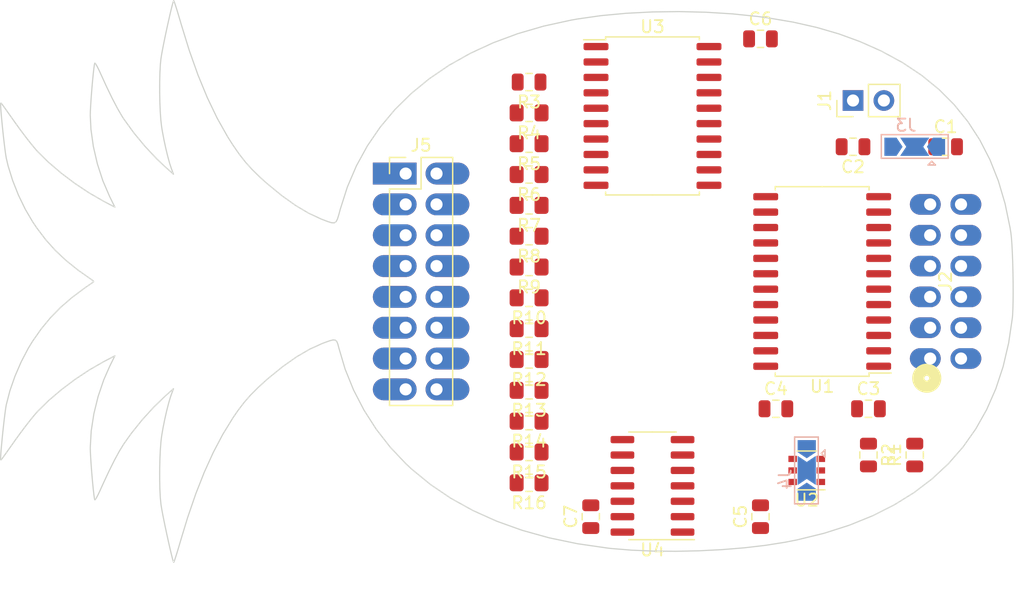
<source format=kicad_pcb>
(kicad_pcb (version 20211014) (generator pcbnew)
  (layers (0 "F.Cu" signal) (31 "B.Cu" signal) (34 "B.Paste" user) (35 "F.Paste" user) (36 "B.SilkS" user "B.Silkscreen") (37 "F.SilkS" user "F.Silkscreen") (38 "B.Mask" user) (39 "F.Mask" user) (44 "Edge.Cuts" user))
  (net 0 "")
  (net 1 "+3V3")
  (net 2 "GND")
  (net 3 "+5V")
  (net 4 "/VCCB")
  (net 5 "/iBLANK")
  (net 6 "/iLATCH")
  (net 7 "/iACLK")
  (net 8 "/iSCLK")
  (net 9 "/iB")
  (net 10 "/iARST")
  (net 11 "/iR")
  (net 12 "/iG")
  (net 13 "/SCLK")
  (net 14 "/SCLKi")
  (net 15 "/SCLKNN")
  (net 16 "Net-(U1-Pad2)")
  (net 17 "Net-(U1-Pad22)")
  (net 18 "/R")
  (net 19 "/Rx")
  (net 20 "/G")
  (net 21 "/Gx")
  (net 22 "/B")
  (net 23 "/Bx")
  (net 24 "/R1")
  (net 25 "/R1x")
  (net 26 "/G1")
  (net 27 "/G1x")
  (net 28 "/B1")
  (net 29 "/B1x")
  (net 30 "/A4")
  (net 31 "/A4x")
  (net 32 "/A0")
  (net 33 "/A0x")
  (net 34 "/A1")
  (net 35 "/A1x")
  (net 36 "/A2")
  (net 37 "/A2x")
  (net 38 "/A3")
  (net 39 "/A3x")
  (net 40 "/SCLKx")
  (net 41 "/LATCH")
  (net 42 "/LATCHx")
  (net 43 "/BLANK")
  (net 44 "/BLANKx")
  (net 45 "/ACLK")
  (net 46 "/ARST")
  (net 47 "/SCLKN")
  (footprint "tom-passives:C_0805_2012Metric_Pad1.15x1.40mm_HandSolder" (layer "F.Cu") (at 101.6 91.19 180)
    (fp_text reference "R6" (at 0 -1.65) (layer "F.SilkS"))
    (fp_text value "33")
    (fp_line (start -0.261252 0.71) (end 0.261252 0.71) (layer "F.SilkS") (width 0.12))
    (fp_line (start -0.261252 -0.71) (end 0.261252 -0.71) (layer "F.SilkS") (width 0.12))
    (pad "1" smd roundrect locked (at -1.025 0 180) (size 1.15 1.4) (layers "F.Cu" "F.Paste" "F.Mask") (roundrect_rratio 0.217391) (net 24 "/R1"))
    (pad "2" smd roundrect locked (at 1.025 0 180) (size 1.15 1.4) (layers "F.Cu" "F.Paste" "F.Mask") (roundrect_rratio 0.217391) (net 25 "/R1x"))
  )
  (footprint "tom-connectors:PinHeader_2x08_P2.54mm_Vertical" (layer "F.Cu") (at 91.44 91.11)
    (fp_text reference "J5" (at 1.27 -2.33) (layer "F.SilkS"))
    (fp_text value "HUB75E")
    (fp_line (start 1.27 1.27) (end 1.27 -1.33) (layer "F.SilkS") (width 0.12))
    (fp_line (start -1.33 19.11) (end 3.87 19.11) (layer "F.SilkS") (width 0.12))
    (fp_line (start 3.87 -1.33) (end 3.87 19.11) (layer "F.SilkS") (width 0.12))
    (fp_line (start -1.33 -1.33) (end 0 -1.33) (layer "F.SilkS") (width 0.12))
    (fp_line (start -1.33 0) (end -1.33 -1.33) (layer "F.SilkS") (width 0.12))
    (fp_line (start 1.27 -1.33) (end 3.87 -1.33) (layer "F.SilkS") (width 0.12))
    (fp_line (start -1.33 1.27) (end 1.27 1.27) (layer "F.SilkS") (width 0.12))
    (fp_line (start -1.33 1.27) (end -1.33 19.11) (layer "F.SilkS") (width 0.12))
    (pad "1" thru_hole rect (at 0 0) (size 3.6 1.8) (drill 1 (offset -0.9 0)) (layers *.Cu *.Mask) (net 19 "/Rx"))
    (pad "2" thru_hole oval (at 2.54 0) (size 3.6 1.8) (drill 1 (offset 0.9 0)) (layers *.Cu *.Mask) (net 21 "/Gx"))
    (pad "3" thru_hole oval (at 0 2.54) (size 3.6 1.8) (drill 1 (offset -0.9 0)) (layers *.Cu *.Mask) (net 23 "/Bx"))
    (pad "4" thru_hole oval (at 2.54 2.54) (size 3.6 1.8) (drill 1 (offset 0.9 0)) (layers *.Cu *.Mask) (net 2 "GND"))
    (pad "5" thru_hole oval (at 0 5.08) (size 3.6 1.8) (drill 1 (offset -0.9 0)) (layers *.Cu *.Mask) (net 25 "/R1x"))
    (pad "6" thru_hole oval (at 2.54 5.08) (size 3.6 1.8) (drill 1 (offset 0.9 0)) (layers *.Cu *.Mask) (net 27 "/G1x"))
    (pad "7" thru_hole oval (at 0 7.62) (size 3.6 1.8) (drill 1 (offset -0.9 0)) (layers *.Cu *.Mask) (net 29 "/B1x"))
    (pad "8" thru_hole oval (at 2.54 7.62) (size 3.6 1.8) (drill 1 (offset 0.9 0)) (layers *.Cu *.Mask) (net 31 "/A4x"))
    (pad "9" thru_hole oval (at 0 10.16) (size 3.6 1.8) (drill 1 (offset -0.9 0)) (layers *.Cu *.Mask) (net 33 "/A0x"))
    (pad "10" thru_hole oval (at 2.54 10.16) (size 3.6 1.8) (drill 1 (offset 0.9 0)) (layers *.Cu *.Mask) (net 35 "/A1x"))
    (pad "11" thru_hole oval (at 0 12.7) (size 3.6 1.8) (drill 1 (offset -0.9 0)) (layers *.Cu *.Mask) (net 37 "/A2x"))
    (pad "12" thru_hole oval (at 2.54 12.7) (size 3.6 1.8) (drill 1 (offset 0.9 0)) (layers *.Cu *.Mask) (net 39 "/A3x"))
    (pad "13" thru_hole oval (at 0 15.24) (size 3.6 1.8) (drill 1 (offset -0.9 0)) (layers *.Cu *.Mask) (net 40 "/SCLKx"))
    (pad "14" thru_hole oval (at 2.54 15.24) (size 3.6 1.8) (drill 1 (offset 0.9 0)) (layers *.Cu *.Mask) (net 42 "/LATCHx"))
    (pad "15" thru_hole oval (at 0 17.78) (size 3.6 1.8) (drill 1 (offset -0.9 0)) (layers *.Cu *.Mask) (net 44 "/BLANKx"))
    (pad "16" thru_hole oval (at 2.54 17.78) (size 3.6 1.8) (drill 1 (offset 0.9 0)) (layers *.Cu *.Mask) (net 2 "GND"))
  )
  (footprint "tom-semiconductors:SOIC-14_3.9x8.7mm_P1.27mm" (layer "F.Cu") (at 111.76 116.84 180)
    (fp_text reference "U4" (at 0 -5.28) (layer "F.SilkS"))
    (fp_text value "CD74HC4024PWR")
    (fp_line (start 0 -4.435) (end 1.95 -4.435) (layer "F.SilkS") (width 0.12))
    (fp_line (start 0 4.435) (end -1.95 4.435) (layer "F.SilkS") (width 0.12))
    (fp_line (start 0 -4.435) (end -3.45 -4.435) (layer "F.SilkS") (width 0.12))
    (fp_line (start 0 4.435) (end 1.95 4.435) (layer "F.SilkS") (width 0.12))
    (pad "1" smd roundrect (at -2.475 -3.81 180) (size 1.95 0.6) (layers "F.Cu" "F.Paste" "F.Mask") (net 45 "/ACLK"))
    (pad "2" smd roundrect (at -2.475 -2.54 180) (size 1.95 0.6) (layers "F.Cu" "F.Paste" "F.Mask") (net 46 "/ARST"))
    (pad "3" smd roundrect (at -2.475 -1.27 180) (size 1.95 0.6) (layers "F.Cu" "F.Paste" "F.Mask"))
    (pad "4" smd roundrect (at -2.475 0 180) (size 1.95 0.6) (layers "F.Cu" "F.Paste" "F.Mask"))
    (pad "5" smd roundrect (at -2.475 1.27 180) (size 1.95 0.6) (layers "F.Cu" "F.Paste" "F.Mask") (net 30 "/A4"))
    (pad "6" smd roundrect (at -2.475 2.54 180) (size 1.95 0.6) (layers "F.Cu" "F.Paste" "F.Mask") (net 38 "/A3"))
    (pad "7" smd roundrect (at -2.475 3.81 180) (size 1.95 0.6) (layers "F.Cu" "F.Paste" "F.Mask") (net 2 "GND"))
    (pad "8" smd roundrect (at 2.475 3.81 180) (size 1.95 0.6) (layers "F.Cu" "F.Paste" "F.Mask"))
    (pad "9" smd roundrect (at 2.475 2.54 180) (size 1.95 0.6) (layers "F.Cu" "F.Paste" "F.Mask") (net 36 "/A2"))
    (pad "10" smd roundrect (at 2.475 1.27 180) (size 1.95 0.6) (layers "F.Cu" "F.Paste" "F.Mask"))
    (pad "11" smd roundrect (at 2.475 0 180) (size 1.95 0.6) (layers "F.Cu" "F.Paste" "F.Mask") (net 34 "/A1"))
    (pad "12" smd roundrect (at 2.475 -1.27 180) (size 1.95 0.6) (layers "F.Cu" "F.Paste" "F.Mask") (net 32 "/A0"))
    (pad "13" smd roundrect (at 2.475 -2.54 180) (size 1.95 0.6) (layers "F.Cu" "F.Paste" "F.Mask"))
    (pad "14" smd roundrect (at 2.475 -3.81 180) (size 1.95 0.6) (layers "F.Cu" "F.Paste" "F.Mask") (net 4 "/VCCB"))
  )
  (footprint "tom-passives:C_0805_2012Metric_Pad1.15x1.40mm_HandSolder" (layer "F.Cu") (at 101.6 98.81 180)
    (fp_text reference "R9" (at 0 -1.65) (layer "F.SilkS"))
    (fp_text value "33")
    (fp_line (start -0.261252 -0.71) (end 0.261252 -0.71) (layer "F.SilkS") (width 0.12))
    (fp_line (start -0.261252 0.71) (end 0.261252 0.71) (layer "F.SilkS") (width 0.12))
    (pad "1" smd roundrect locked (at -1.025 0 180) (size 1.15 1.4) (layers "F.Cu" "F.Paste" "F.Mask") (roundrect_rratio 0.217391) (net 30 "/A4"))
    (pad "2" smd roundrect locked (at 1.025 0 180) (size 1.15 1.4) (layers "F.Cu" "F.Paste" "F.Mask") (roundrect_rratio 0.217391) (net 31 "/A4x"))
  )
  (footprint "tom-passives:C_0805_2012Metric_Pad1.15x1.40mm_HandSolder" (layer "F.Cu") (at 101.6 86.11 180)
    (fp_text reference "R4" (at 0 -1.65) (layer "F.SilkS"))
    (fp_text value "33")
    (fp_line (start -0.261252 -0.71) (end 0.261252 -0.71) (layer "F.SilkS") (width 0.12))
    (fp_line (start -0.261252 0.71) (end 0.261252 0.71) (layer "F.SilkS") (width 0.12))
    (pad "1" smd roundrect locked (at -1.025 0 180) (size 1.15 1.4) (layers "F.Cu" "F.Paste" "F.Mask") (roundrect_rratio 0.217391) (net 20 "/G"))
    (pad "2" smd roundrect locked (at 1.025 0 180) (size 1.15 1.4) (layers "F.Cu" "F.Paste" "F.Mask") (roundrect_rratio 0.217391) (net 21 "/Gx"))
  )
  (footprint "tom-passives:C_0805_2012Metric_Pad1.15x1.40mm_HandSolder" (layer "F.Cu") (at 101.6 116.59 180)
    (fp_text reference "R16" (at 0 -1.65) (layer "F.SilkS"))
    (fp_text value "33")
    (fp_line (start -0.261252 0.71) (end 0.261252 0.71) (layer "F.SilkS") (width 0.12))
    (fp_line (start -0.261252 -0.71) (end 0.261252 -0.71) (layer "F.SilkS") (width 0.12))
    (pad "1" smd roundrect locked (at -1.025 0 180) (size 1.15 1.4) (layers "F.Cu" "F.Paste" "F.Mask") (roundrect_rratio 0.217391) (net 43 "/BLANK"))
    (pad "2" smd roundrect locked (at 1.025 0 180) (size 1.15 1.4) (layers "F.Cu" "F.Paste" "F.Mask") (roundrect_rratio 0.217391) (net 44 "/BLANKx"))
  )
  (footprint "tom-passives:C_0805_2012Metric" (layer "F.Cu") (at 120.65 119.38 90)
    (fp_text reference "C5" (at 0 -1.65 90) (layer "F.SilkS"))
    (fp_text value "100nF,50V,X7R ")
    (fp_line (start -0.258578 -0.71) (end 0.258578 -0.71) (layer "F.SilkS") (width 0.12))
    (fp_line (start -0.258578 0.71) (end 0.258578 0.71) (layer "F.SilkS") (width 0.12))
    (pad "1" smd roundrect locked (at -0.9375 0 90) (size 0.975 1.4) (layers "F.Cu" "F.Paste" "F.Mask") (net 2 "GND"))
    (pad "2" smd roundrect locked (at 0.9375 0 90) (size 0.975 1.4) (layers "F.Cu" "F.Paste" "F.Mask") (net 4 "/VCCB"))
  )
  (footprint "tom-passives:C_0805_2012Metric_Pad1.15x1.40mm_HandSolder" (layer "F.Cu") (at 101.6 101.35 180)
    (fp_text reference "R10" (at 0 -1.65) (layer "F.SilkS"))
    (fp_text value "33")
    (fp_line (start -0.261252 0.71) (end 0.261252 0.71) (layer "F.SilkS") (width 0.12))
    (fp_line (start -0.261252 -0.71) (end 0.261252 -0.71) (layer "F.SilkS") (width 0.12))
    (pad "1" smd roundrect locked (at -1.025 0 180) (size 1.15 1.4) (layers "F.Cu" "F.Paste" "F.Mask") (roundrect_rratio 0.217391) (net 32 "/A0"))
    (pad "2" smd roundrect locked (at 1.025 0 180) (size 1.15 1.4) (layers "F.Cu" "F.Paste" "F.Mask") (roundrect_rratio 0.217391) (net 33 "/A0x"))
  )
  (footprint "tom-passives:C_0805_2012Metric" (layer "F.Cu") (at 106.68 119.38 90)
    (fp_text reference "C7" (at 0 -1.65 90) (layer "F.SilkS"))
    (fp_text value "100nF,50V,X7R ")
    (fp_line (start -0.258578 0.71) (end 0.258578 0.71) (layer "F.SilkS") (width 0.12))
    (fp_line (start -0.258578 -0.71) (end 0.258578 -0.71) (layer "F.SilkS") (width 0.12))
    (pad "1" smd roundrect locked (at -0.9375 0 90) (size 0.975 1.4) (layers "F.Cu" "F.Paste" "F.Mask") (net 4 "/VCCB"))
    (pad "2" smd roundrect locked (at 0.9375 0 90) (size 0.975 1.4) (layers "F.Cu" "F.Paste" "F.Mask") (net 2 "GND"))
  )
  (footprint "tom-semiconductors:SOIC-24W_7.5x15.4mm_P1.27mm" (layer "F.Cu") (at 125.73 100 180)
    (fp_text reference "U1" (at 0 -8.65) (layer "F.SilkS"))
    (fp_text value "SN74LVC8T245")
    (fp_line (start -3.86 7.81) (end -3.86 7.545) (layer "F.SilkS") (width 0.12))
    (fp_line (start 0 -7.81) (end 3.86 -7.81) (layer "F.SilkS") (width 0.12))
    (fp_line (start -3.86 -7.81) (end -3.86 -7.545) (layer "F.SilkS") (width 0.12))
    (fp_line (start -3.86 -7.545) (end -5.675 -7.545) (layer "F.SilkS") (width 0.12))
    (fp_line (start 3.86 7.81) (end 3.86 7.545) (layer "F.SilkS") (width 0.12))
    (fp_line (start 0 7.81) (end 3.86 7.81) (layer "F.SilkS") (width 0.12))
    (fp_line (start 3.86 -7.81) (end 3.86 -7.545) (layer "F.SilkS") (width 0.12))
    (fp_line (start 0 7.81) (end -3.86 7.81) (layer "F.SilkS") (width 0.12))
    (fp_line (start 0 -7.81) (end -3.86 -7.81) (layer "F.SilkS") (width 0.12))
    (pad "1" smd roundrect (at -4.65 -6.985 180) (size 2.05 0.6) (layers "F.Cu" "F.Paste" "F.Mask") (net 1 "+3V3"))
    (pad "2" smd roundrect (at -4.65 -5.715 180) (size 2.05 0.6) (layers "F.Cu" "F.Paste" "F.Mask") (net 16 "Net-(U1-Pad2)"))
    (pad "3" smd roundrect (at -4.65 -4.445 180) (size 2.05 0.6) (layers "F.Cu" "F.Paste" "F.Mask") (net 11 "/iR"))
    (pad "4" smd roundrect (at -4.65 -3.175 180) (size 2.05 0.6) (layers "F.Cu" "F.Paste" "F.Mask") (net 12 "/iG"))
    (pad "5" smd roundrect (at -4.65 -1.905 180) (size 2.05 0.6) (layers "F.Cu" "F.Paste" "F.Mask") (net 9 "/iB"))
    (pad "6" smd roundrect (at -4.65 -0.635 180) (size 2.05 0.6) (layers "F.Cu" "F.Paste" "F.Mask") (net 10 "/iARST"))
    (pad "7" smd roundrect (at -4.65 0.635 180) (size 2.05 0.6) (layers "F.Cu" "F.Paste" "F.Mask") (net 7 "/iACLK"))
    (pad "8" smd roundrect (at -4.65 1.905 180) (size 2.05 0.6) (layers "F.Cu" "F.Paste" "F.Mask") (net 8 "/iSCLK"))
    (pad "9" smd roundrect (at -4.65 3.175 180) (size 2.05 0.6) (layers "F.Cu" "F.Paste" "F.Mask") (net 5 "/iBLANK"))
    (pad "10" smd roundrect (at -4.65 4.445 180) (size 2.05 0.6) (layers "F.Cu" "F.Paste" "F.Mask") (net 6 "/iLATCH"))
    (pad "11" smd roundrect (at -4.65 5.715 180) (size 2.05 0.6) (layers "F.Cu" "F.Paste" "F.Mask") (net 2 "GND"))
    (pad "12" smd roundrect (at -4.65 6.985 180) (size 2.05 0.6) (layers "F.Cu" "F.Paste" "F.Mask") (net 2 "GND"))
    (pad "13" smd roundrect (at 4.65 6.985 180) (size 2.05 0.6) (layers "F.Cu" "F.Paste" "F.Mask") (net 2 "GND"))
    (pad "14" smd roundrect (at 4.65 5.715 180) (size 2.05 0.6) (layers "F.Cu" "F.Paste" "F.Mask") (net 41 "/LATCH"))
    (pad "15" smd roundrect (at 4.65 4.445 180) (size 2.05 0.6) (layers "F.Cu" "F.Paste" "F.Mask") (net 43 "/BLANK"))
    (pad "16" smd roundrect (at 4.65 3.175 180) (size 2.05 0.6) (layers "F.Cu" "F.Paste" "F.Mask") (net 13 "/SCLK"))
    (pad "17" smd roundrect (at 4.65 1.905 180) (size 2.05 0.6) (layers "F.Cu" "F.Paste" "F.Mask") (net 45 "/ACLK"))
    (pad "18" smd roundrect (at 4.65 0.635 180) (size 2.05 0.6) (layers "F.Cu" "F.Paste" "F.Mask") (net 46 "/ARST"))
    (pad "19" smd roundrect (at 4.65 -0.635 180) (size 2.05 0.6) (layers "F.Cu" "F.Paste" "F.Mask") (net 22 "/B"))
    (pad "20" smd roundrect (at 4.65 -1.905 180) (size 2.05 0.6) (layers "F.Cu" "F.Paste" "F.Mask") (net 20 "/G"))
    (pad "21" smd roundrect (at 4.65 -3.175 180) (size 2.05 0.6) (layers "F.Cu" "F.Paste" "F.Mask") (net 18 "/R"))
    (pad "22" smd roundrect (at 4.65 -4.445 180) (size 2.05 0.6) (layers "F.Cu" "F.Paste" "F.Mask") (net 17 "Net-(U1-Pad22)"))
    (pad "23" smd roundrect (at 4.65 -5.715 180) (size 2.05 0.6) (layers "F.Cu" "F.Paste" "F.Mask") (net 4 "/VCCB"))
    (pad "24" smd roundrect (at 4.65 -6.985 180) (size 2.05 0.6) (layers "F.Cu" "F.Paste" "F.Mask") (net 4 "/VCCB"))
  )
  (footprint "tom-passives:C_0805_2012Metric_Pad1.15x1.40mm_HandSolder" (layer "F.Cu") (at 101.6 114.05 180)
    (fp_text reference "R15" (at 0 -1.65) (layer "F.SilkS"))
    (fp_text value "33")
    (fp_line (start -0.261252 0.71) (end 0.261252 0.71) (layer "F.SilkS") (width 0.12))
    (fp_line (start -0.261252 -0.71) (end 0.261252 -0.71) (layer "F.SilkS") (width 0.12))
    (pad "1" smd roundrect locked (at -1.025 0 180) (size 1.15 1.4) (layers "F.Cu" "F.Paste" "F.Mask") (roundrect_rratio 0.217391) (net 41 "/LATCH"))
    (pad "2" smd roundrect locked (at 1.025 0 180) (size 1.15 1.4) (layers "F.Cu" "F.Paste" "F.Mask") (roundrect_rratio 0.217391) (net 42 "/LATCHx"))
  )
  (footprint "tom-passives:R_0805_2012Metric" (layer "F.Cu") (at 133.35 114.3 90)
    (fp_text reference "R1" (at 0 -1.65 90) (layer "F.SilkS"))
    (fp_text value "10k")
    (fp_line (start -0.258578 -0.71) (end 0.258578 -0.71) (layer "F.SilkS") (width 0.12))
    (fp_line (start -0.258578 0.71) (end 0.258578 0.71) (layer "F.SilkS") (width 0.12))
    (pad "1" smd roundrect locked (at -0.9375 0 90) (size 0.975 1.4) (layers "F.Cu" "F.Paste" "F.Mask") (net 1 "+3V3"))
    (pad "2" smd roundrect locked (at 0.9375 0 90) (size 0.975 1.4) (layers "F.Cu" "F.Paste" "F.Mask") (net 16 "Net-(U1-Pad2)"))
  )
  (footprint "tom-passives:C_0805_2012Metric_Pad1.15x1.40mm_HandSolder" (layer "F.Cu") (at 101.6 96.27 180)
    (fp_text reference "R8" (at 0 -1.65) (layer "F.SilkS"))
    (fp_text value "33")
    (fp_line (start -0.261252 -0.71) (end 0.261252 -0.71) (layer "F.SilkS") (width 0.12))
    (fp_line (start -0.261252 0.71) (end 0.261252 0.71) (layer "F.SilkS") (width 0.12))
    (pad "1" smd roundrect locked (at -1.025 0 180) (size 1.15 1.4) (layers "F.Cu" "F.Paste" "F.Mask") (roundrect_rratio 0.217391) (net 28 "/B1"))
    (pad "2" smd roundrect locked (at 1.025 0 180) (size 1.15 1.4) (layers "F.Cu" "F.Paste" "F.Mask") (roundrect_rratio 0.217391) (net 29 "/B1x"))
  )
  (footprint "tom-passives:C_0805_2012Metric_Pad1.15x1.40mm_HandSolder" (layer "F.Cu") (at 101.6 88.65 180)
    (fp_text reference "R5" (at 0 -1.65) (layer "F.SilkS"))
    (fp_text value "33")
    (fp_line (start -0.261252 -0.71) (end 0.261252 -0.71) (layer "F.SilkS") (width 0.12))
    (fp_line (start -0.261252 0.71) (end 0.261252 0.71) (layer "F.SilkS") (width 0.12))
    (pad "1" smd roundrect locked (at -1.025 0 180) (size 1.15 1.4) (layers "F.Cu" "F.Paste" "F.Mask") (roundrect_rratio 0.217391) (net 22 "/B"))
    (pad "2" smd roundrect locked (at 1.025 0 180) (size 1.15 1.4) (layers "F.Cu" "F.Paste" "F.Mask") (roundrect_rratio 0.217391) (net 23 "/Bx"))
  )
  (footprint "tom-semiconductors:SOIC-20W_7.5x12.8mm_P1.27mm" (layer "F.Cu") (at 111.76 86.36)
    (fp_text reference "U3" (at 0 -7.35) (layer "F.SilkS"))
    (fp_text value "74VHC574")
    (fp_line (start 3.86 -6.51) (end 3.86 -6.275) (layer "F.SilkS") (width 0.12))
    (fp_line (start -3.86 6.51) (end -3.86 6.275) (layer "F.SilkS") (width 0.12))
    (fp_line (start -3.86 -6.51) (end -3.86 -6.275) (layer "F.SilkS") (width 0.12))
    (fp_line (start 0 6.51) (end -3.86 6.51) (layer "F.SilkS") (width 0.12))
    (fp_line (start 3.86 6.51) (end 3.86 6.275) (layer "F.SilkS") (width 0.12))
    (fp_line (start 0 -6.51) (end -3.86 -6.51) (layer "F.SilkS") (width 0.12))
    (fp_line (start 0 -6.51) (end 3.86 -6.51) (layer "F.SilkS") (width 0.12))
    (fp_line (start 0 6.51) (end 3.86 6.51) (layer "F.SilkS") (width 0.12))
    (fp_line (start -3.86 -6.275) (end -5.675 -6.275) (layer "F.SilkS") (width 0.12))
    (pad "1" smd roundrect (at -4.65 -5.715) (size 2.05 0.6) (layers "F.Cu" "F.Paste" "F.Mask") (net 2 "GND"))
    (pad "2" smd roundrect (at -4.65 -4.445) (size 2.05 0.6) (layers "F.Cu" "F.Paste" "F.Mask") (net 18 "/R"))
    (pad "3" smd roundrect (at -4.65 -3.175) (size 2.05 0.6) (layers "F.Cu" "F.Paste" "F.Mask") (net 20 "/G"))
    (pad "4" smd roundrect (at -4.65 -1.905) (size 2.05 0.6) (layers "F.Cu" "F.Paste" "F.Mask") (net 22 "/B"))
    (pad "5" smd roundrect (at -4.65 -0.635) (size 2.05 0.6) (layers "F.Cu" "F.Paste" "F.Mask"))
    (pad "6" smd roundrect (at -4.65 0.635) (size 2.05 0.6) (layers "F.Cu" "F.Paste" "F.Mask"))
    (pad "7" smd roundrect (at -4.65 1.905) (size 2.05 0.6) (layers "F.Cu" "F.Paste" "F.Mask"))
    (pad "8" smd roundrect (at -4.65 3.175) (size 2.05 0.6) (layers "F.Cu" "F.Paste" "F.Mask"))
    (pad "9" smd roundrect (at -4.65 4.445) (size 2.05 0.6) (layers "F.Cu" "F.Paste" "F.Mask"))
    (pad "10" smd roundrect (at -4.65 5.715) (size 2.05 0.6) (layers "F.Cu" "F.Paste" "F.Mask") (net 2 "GND"))
    (pad "11" smd roundrect (at 4.65 5.715) (size 2.05 0.6) (layers "F.Cu" "F.Paste" "F.Mask") (net 47 "/SCLKN"))
    (pad "12" smd roundrect (at 4.65 4.445) (size 2.05 0.6) (layers "F.Cu" "F.Paste" "F.Mask"))
    (pad "13" smd roundrect (at 4.65 3.175) (size 2.05 0.6) (layers "F.Cu" "F.Paste" "F.Mask"))
    (pad "14" smd roundrect (at 4.65 1.905) (size 2.05 0.6) (layers "F.Cu" "F.Paste" "F.Mask"))
    (pad "15" smd roundrect (at 4.65 0.635) (size 2.05 0.6) (layers "F.Cu" "F.Paste" "F.Mask"))
    (pad "16" smd roundrect (at 4.65 -0.635) (size 2.05 0.6) (layers "F.Cu" "F.Paste" "F.Mask"))
    (pad "17" smd roundrect (at 4.65 -1.905) (size 2.05 0.6) (layers "F.Cu" "F.Paste" "F.Mask") (net 28 "/B1"))
    (pad "18" smd roundrect (at 4.65 -3.175) (size 2.05 0.6) (layers "F.Cu" "F.Paste" "F.Mask") (net 26 "/G1"))
    (pad "19" smd roundrect (at 4.65 -4.445) (size 2.05 0.6) (layers "F.Cu" "F.Paste" "F.Mask") (net 24 "/R1"))
    (pad "20" smd roundrect (at 4.65 -5.715) (size 2.05 0.6) (layers "F.Cu" "F.Paste" "F.Mask") (net 4 "/VCCB"))
  )
  (footprint "tom-passives:C_0805_2012Metric" (layer "F.Cu") (at 120.65 80.01)
    (fp_text reference "C6" (at 0 -1.65) (layer "F.SilkS"))
    (fp_text value "100nF,50V,X7R ")
    (fp_line (start -0.258578 -0.71) (end 0.258578 -0.71) (layer "F.SilkS") (width 0.12))
    (fp_line (start -0.258578 0.71) (end 0.258578 0.71) (layer "F.SilkS") (width 0.12))
    (pad "1" smd roundrect locked (at -0.9375 0) (size 0.975 1.4) (layers "F.Cu" "F.Paste" "F.Mask") (net 4 "/VCCB"))
    (pad "2" smd roundrect locked (at 0.9375 0) (size 0.975 1.4) (layers "F.Cu" "F.Paste" "F.Mask") (net 2 "GND"))
  )
  (footprint "tom-passives:C_0805_2012Metric" (layer "F.Cu") (at 121.92 110.49)
    (fp_text reference "C4" (at 0 -1.65) (layer "F.SilkS"))
    (fp_text value "100nF,50V,X7R ")
    (fp_line (start -0.258578 0.71) (end 0.258578 0.71) (layer "F.SilkS") (width 0.12))
    (fp_line (start -0.258578 -0.71) (end 0.258578 -0.71) (layer "F.SilkS") (width 0.12))
    (pad "1" smd roundrect locked (at -0.9375 0) (size 0.975 1.4) (layers "F.Cu" "F.Paste" "F.Mask") (net 4 "/VCCB"))
    (pad "2" smd roundrect locked (at 0.9375 0) (size 0.975 1.4) (layers "F.Cu" "F.Paste" "F.Mask") (net 2 "GND"))
  )
  (footprint "tom-passives:R_0805_2012Metric" (layer "F.Cu") (at 101.6 83.57 180)
    (fp_text reference "R3" (at 0 -1.65) (layer "F.SilkS"))
    (fp_text value "33")
    (fp_line (start -0.258578 -0.71) (end 0.258578 -0.71) (layer "F.SilkS") (width 0.12))
    (fp_line (start -0.258578 0.71) (end 0.258578 0.71) (layer "F.SilkS") (width 0.12))
    (pad "1" smd roundrect locked (at -0.9375 0 180) (size 0.975 1.4) (layers "F.Cu" "F.Paste" "F.Mask") (net 18 "/R"))
    (pad "2" smd roundrect locked (at 0.9375 0 180) (size 0.975 1.4) (layers "F.Cu" "F.Paste" "F.Mask") (net 19 "/Rx"))
  )
  (footprint "tom-passives:C_0805_2012Metric_Pad1.15x1.40mm_HandSolder" (layer "F.Cu") (at 101.6 108.97 180)
    (fp_text reference "R13" (at 0 -1.65) (layer "F.SilkS"))
    (fp_text value "33")
    (fp_line (start -0.261252 -0.71) (end 0.261252 -0.71) (layer "F.SilkS") (width 0.12))
    (fp_line (start -0.261252 0.71) (end 0.261252 0.71) (layer "F.SilkS") (width 0.12))
    (pad "1" smd roundrect locked (at -1.025 0 180) (size 1.15 1.4) (layers "F.Cu" "F.Paste" "F.Mask") (roundrect_rratio 0.217391) (net 38 "/A3"))
    (pad "2" smd roundrect locked (at 1.025 0 180) (size 1.15 1.4) (layers "F.Cu" "F.Paste" "F.Mask") (roundrect_rratio 0.217391) (net 39 "/A3x"))
  )
  (footprint "tom-passives:C_0805_2012Metric" (layer "F.Cu") (at 135.89 88.9)
    (fp_text reference "C1" (at 0 -1.65) (layer "F.SilkS"))
    (fp_text value "10uF,25V,X5R ")
    (fp_line (start -0.258578 -0.71) (end 0.258578 -0.71) (layer "F.SilkS") (width 0.12))
    (fp_line (start -0.258578 0.71) (end 0.258578 0.71) (layer "F.SilkS") (width 0.12))
    (pad "1" smd roundrect locked (at -0.9375 0) (size 0.975 1.4) (layers "F.Cu" "F.Paste" "F.Mask") (net 1 "+3V3"))
    (pad "2" smd roundrect locked (at 0.9375 0) (size 0.975 1.4) (layers "F.Cu" "F.Paste" "F.Mask") (net 2 "GND"))
  )
  (footprint "tom-passives:C_0805_2012Metric" (layer "F.Cu") (at 129.54 110.49)
    (fp_text reference "C3" (at 0 -1.65) (layer "F.SilkS"))
    (fp_text value "100nF,50V,X7R ")
    (fp_line (start -0.258578 -0.71) (end 0.258578 -0.71) (layer "F.SilkS") (width 0.12))
    (fp_line (start -0.258578 0.71) (end 0.258578 0.71) (layer "F.SilkS") (width 0.12))
    (pad "1" smd roundrect locked (at -0.9375 0) (size 0.975 1.4) (layers "F.Cu" "F.Paste" "F.Mask") (net 2 "GND"))
    (pad "2" smd roundrect locked (at 0.9375 0) (size 0.975 1.4) (layers "F.Cu" "F.Paste" "F.Mask") (net 1 "+3V3"))
  )
  (footprint "tom-passives:C_0805_2012Metric_Pad1.15x1.40mm_HandSolder" (layer "F.Cu") (at 101.6 111.51 180)
    (fp_text reference "R14" (at 0 -1.65) (layer "F.SilkS"))
    (fp_text value "33")
    (fp_line (start -0.261252 -0.71) (end 0.261252 -0.71) (layer "F.SilkS") (width 0.12))
    (fp_line (start -0.261252 0.71) (end 0.261252 0.71) (layer "F.SilkS") (width 0.12))
    (pad "1" smd roundrect locked (at -1.025 0 180) (size 1.15 1.4) (layers "F.Cu" "F.Paste" "F.Mask") (roundrect_rratio 0.217391) (net 14 "/SCLKi"))
    (pad "2" smd roundrect locked (at 1.025 0 180) (size 1.15 1.4) (layers "F.Cu" "F.Paste" "F.Mask") (roundrect_rratio 0.217391) (net 40 "/SCLKx"))
  )
  (footprint "tom-passives:C_0805_2012Metric" (layer "F.Cu") (at 128.27 88.9 180)
    (fp_text reference "C2" (at 0 -1.65) (layer "F.SilkS"))
    (fp_text value "10uF,25V,X5R ")
    (fp_line (start -0.258578 -0.71) (end 0.258578 -0.71) (layer "F.SilkS") (width 0.12))
    (fp_line (start -0.258578 0.71) (end 0.258578 0.71) (layer "F.SilkS") (width 0.12))
    (pad "1" smd roundrect locked (at -0.9375 0 180) (size 0.975 1.4) (layers "F.Cu" "F.Paste" "F.Mask") (net 3 "+5V"))
    (pad "2" smd roundrect locked (at 0.9375 0 180) (size 0.975 1.4) (layers "F.Cu" "F.Paste" "F.Mask") (net 2 "GND"))
  )
  (footprint "tom-passives:C_0805_2012Metric_Pad1.15x1.40mm_HandSolder" (layer "F.Cu") (at 101.6 103.89 180)
    (fp_text reference "R11" (at 0 -1.65) (layer "F.SilkS"))
    (fp_text value "33")
    (fp_line (start -0.261252 0.71) (end 0.261252 0.71) (layer "F.SilkS") (width 0.12))
    (fp_line (start -0.261252 -0.71) (end 0.261252 -0.71) (layer "F.SilkS") (width 0.12))
    (pad "1" smd roundrect locked (at -1.025 0 180) (size 1.15 1.4) (layers "F.Cu" "F.Paste" "F.Mask") (roundrect_rratio 0.217391) (net 34 "/A1"))
    (pad "2" smd roundrect locked (at 1.025 0 180) (size 1.15 1.4) (layers "F.Cu" "F.Paste" "F.Mask") (roundrect_rratio 0.217391) (net 35 "/A1x"))
  )
  (footprint "tom-connectors:PinHeader_1x02_P2.54mm_Vertical" (layer "F.Cu") (at 128.27 85.09 90)
    (fp_text reference "J1" (at 0 -2.33 90) (layer "F.SilkS"))
    (fp_text value "5V")
    (fp_line (start -1.33 -1.33) (end 0 -1.33) (layer "F.SilkS") (width 0.12))
    (fp_line (start -1.33 0) (end -1.33 -1.33) (layer "F.SilkS") (width 0.12))
    (fp_line (start -1.33 1.27) (end 1.33 1.27) (layer "F.SilkS") (width 0.12))
    (fp_line (start -1.33 3.87) (end 1.33 3.87) (layer "F.SilkS") (width 0.12))
    (fp_line (start 1.33 1.27) (end 1.33 3.87) (layer "F.SilkS") (width 0.12))
    (fp_line (start -1.33 1.27) (end -1.33 3.87) (layer "F.SilkS") (width 0.12))
    (pad "1" thru_hole rect locked (at 0 0 90) (size 1.7 1.7) (drill 1) (layers *.Cu *.Mask) (net 2 "GND"))
    (pad "2" thru_hole oval locked (at 0 2.54 90) (size 1.7 1.7) (drill 1) (layers *.Cu *.Mask) (net 3 "+5V"))
  )
  (footprint "tom-connectors:PMOD_2X6_PTH_RA_PLUG" (layer "F.Cu") (at 135.89 100 90)
    (fp_text reference "J2" (at 0 0 90) (layer "F.SilkS"))
    (fp_text value "PMOD" hide)
    (fp_circle (center -7.97 -1.55) (end -7.77 -1.55) (layer "F.SilkS") (width 1) (fill none))
    (pad "1" thru_hole oval locked (at -6.35 -1.27) (size 2.54 1.7) (drill 1 (offset -0.4 0)) (layers *.Cu *.Mask) (net 11 "/iR"))
    (pad "2" thru_hole oval locked (at -3.81 -1.27) (size 2.54 1.7) (drill 1 (offset -0.4 0)) (layers *.Cu *.Mask) (net 9 "/iB"))
    (pad "3" thru_hole oval locked (at -1.27 -1.27) (size 2.54 1.7) (drill 1 (offset -0.4 0)) (layers *.Cu *.Mask) (net 7 "/iACLK"))
    (pad "4" thru_hole oval locked (at 1.27 -1.27) (size 2.54 1.7) (drill 1 (offset -0.4 0)) (layers *.Cu *.Mask) (net 5 "/iBLANK"))
    (pad "5" thru_hole oval locked (at 3.81 -1.27) (size 2.54 1.7) (drill 1 (offset -0.4 0)) (layers *.Cu *.Mask) (net 2 "GND"))
    (pad "6" thru_hole oval locked (at 6.35 -1.27) (size 2.54 1.7) (drill 1 (offset -0.4 0)) (layers *.Cu *.Mask) (net 1 "+3V3"))
    (pad "7" thru_hole oval locked (at -6.35 1.27) (size 2.54 1.7) (drill 1 (offset 0.4 0)) (layers *.Cu *.Mask) (net 12 "/iG"))
    (pad "8" thru_hole oval locked (at -3.81 1.27) (size 2.54 1.7) (drill 1 (offset 0.4 0)) (layers *.Cu *.Mask) (net 10 "/iARST"))
    (pad "9" thru_hole oval locked (at -1.27 1.27) (size 2.54 1.7) (drill 1 (offset 0.4 0)) (layers *.Cu *.Mask) (net 8 "/iSCLK"))
    (pad "10" thru_hole oval locked (at 1.27 1.27) (size 2.54 1.7) (drill 1 (offset 0.4 0)) (layers *.Cu *.Mask) (net 6 "/iLATCH"))
    (pad "11" thru_hole oval locked (at 3.81 1.27) (size 2.54 1.7) (drill 1 (offset 0.4 0)) (layers *.Cu *.Mask) (net 2 "GND"))
    (pad "12" thru_hole oval locked (at 6.35 1.27) (size 2.54 1.7) (drill 1 (offset 0.4 0)) (layers *.Cu *.Mask) (net 1 "+3V3"))
  )
  (footprint "tom-semiconductors:TSOP-6_1.65x3.05mm_P0.95mm" (layer "F.Cu") (at 124.46 115.57 180)
    (fp_text reference "U2" (at 0 -2.45) (layer "F.SilkS"))
    (fp_text value "NL27WZ14")
    (fp_line (start 0.8 -1.6) (end -1.5 -1.6) (layer "F.SilkS") (width 0.12))
    (fp_line (start -0.8 1.6) (end 0.8 1.6) (layer "F.SilkS") (width 0.12))
    (pad "1" smd rect (at -1.16 -0.95 180) (size 0.7 0.51) (layers "F.Cu" "F.Paste" "F.Mask") (net 13 "/SCLK"))
    (pad "2" smd rect (at -1.16 0 180) (size 0.7 0.51) (layers "F.Cu" "F.Paste" "F.Mask") (net 2 "GND"))
    (pad "3" smd rect (at -1.16 0.95 180) (size 0.7 0.51) (layers "F.Cu" "F.Paste" "F.Mask") (net 47 "/SCLKN"))
    (pad "4" smd rect (at 1.16 0.95 180) (size 0.7 0.51) (layers "F.Cu" "F.Paste" "F.Mask") (net 15 "/SCLKNN"))
    (pad "5" smd rect (at 1.16 0 180) (size 0.7 0.51) (layers "F.Cu" "F.Paste" "F.Mask") (net 4 "/VCCB"))
    (pad "6" smd rect (at 1.16 -0.95 180) (size 0.7 0.51) (layers "F.Cu" "F.Paste" "F.Mask") (net 47 "/SCLKN"))
  )
  (footprint "tom-passives:R_0805_2012Metric" (layer "F.Cu") (at 129.54 114.3 -90)
    (fp_text reference "R2" (at 0 -1.65 90) (layer "F.SilkS"))
    (fp_text value "10k")
    (fp_line (start -0.258578 -0.71) (end 0.258578 -0.71) (layer "F.SilkS") (width 0.12))
    (fp_line (start -0.258578 0.71) (end 0.258578 0.71) (layer "F.SilkS") (width 0.12))
    (pad "1" smd roundrect locked (at -0.9375 0 270) (size 0.975 1.4) (layers "F.Cu" "F.Paste" "F.Mask") (net 17 "Net-(U1-Pad22)"))
    (pad "2" smd roundrect locked (at 0.9375 0 270) (size 0.975 1.4) (layers "F.Cu" "F.Paste" "F.Mask") (net 2 "GND"))
  )
  (footprint "tom-passives:C_0805_2012Metric_Pad1.15x1.40mm_HandSolder" (layer "F.Cu") (at 101.6 106.43 180)
    (fp_text reference "R12" (at 0 -1.65) (layer "F.SilkS"))
    (fp_text value "33")
    (fp_line (start -0.261252 0.71) (end 0.261252 0.71) (layer "F.SilkS") (width 0.12))
    (fp_line (start -0.261252 -0.71) (end 0.261252 -0.71) (layer "F.SilkS") (width 0.12))
    (pad "1" smd roundrect locked (at -1.025 0 180) (size 1.15 1.4) (layers "F.Cu" "F.Paste" "F.Mask") (roundrect_rratio 0.217391) (net 36 "/A2"))
    (pad "2" smd roundrect locked (at 1.025 0 180) (size 1.15 1.4) (layers "F.Cu" "F.Paste" "F.Mask") (roundrect_rratio 0.217391) (net 37 "/A2x"))
  )
  (footprint "tom-passives:C_0805_2012Metric_Pad1.15x1.40mm_HandSolder" (layer "F.Cu") (at 101.6 93.73 180)
    (fp_text reference "R7" (at 0 -1.65) (layer "F.SilkS"))
    (fp_text value "33")
    (fp_line (start -0.261252 -0.71) (end 0.261252 -0.71) (layer "F.SilkS") (width 0.12))
    (fp_line (start -0.261252 0.71) (end 0.261252 0.71) (layer "F.SilkS") (width 0.12))
    (pad "1" smd roundrect locked (at -1.025 0 180) (size 1.15 1.4) (layers "F.Cu" "F.Paste" "F.Mask") (roundrect_rratio 0.217391) (net 26 "/G1"))
    (pad "2" smd roundrect locked (at 1.025 0 180) (size 1.15 1.4) (layers "F.Cu" "F.Paste" "F.Mask") (roundrect_rratio 0.217391) (net 27 "/G1x"))
  )
  (footprint "library:pineapple-90" (layer "F.Cu") (at 100 100 90)
    (fp_text reference "G***" hide)
    (fp_text value "LOGO" hide)
    (fp_poly (pts (xy 14.667716 -41.89973) (xy 14.686165 -41.889456) (xy 14.697241 -41.879666) (xy 14.682737 -41.856691) (xy 14.624449 -41.806862) (xy 14.50417 -41.716511) (xy 14.303695 -41.57197) (xy 14.004819 -41.359571) (xy 13.589336 -41.065644) (xy 13.039041 -40.676522) (xy 13.029259 -40.669602) (xy 12.486775 -40.277244) (xy 11.942483 -39.868331) (xy 11.435766 -39.473544) (xy 11.00601 -39.123562) (xy 10.694196 -38.850562) (xy 9.817429 -37.959024) (xy 8.939004 -36.931022) (xy 8.095037 -35.81441) (xy 7.321643 -34.657043) (xy 6.654936 -33.506773) (xy 6.639972 -33.478568) (xy 6.121993 -32.499902) (xy 7.009806 -32.93591) (xy 8.307479 -33.493042) (xy 9.695081 -33.942668) (xy 11.121334 -34.272572) (xy 12.534961 -34.470541) (xy 13.68531 -34.525956) (xy 14.014662 -34.51829) (xy 14.453089 -34.496628) (xy 14.968077 -34.463782) (xy 15.527114 -34.422566) (xy 16.097688 -34.37579) (xy 16.647286 -34.326268) (xy 17.143396 -34.276811) (xy 17.553505 -34.230232) (xy 17.8451 -34.189344) (xy 17.985669 -34.156958) (xy 17.991172 -34.153503) (xy 17.942054 -34.092731) (xy 17.753046 -33.977943) (xy 17.45767 -33.828128) (xy 17.23858 -33.727206) (xy 16.072606 -33.195568) (xy 15.081673 -32.716495) (xy 14.260904 -32.287502) (xy 13.605427 -31.906101) (xy 13.368416 -31.752917) (xy 12.233876 -30.930404) (xy 11.122345 -30.010182) (xy 10.092129 -29.042843) (xy 9.405617 -28.314276) (xy 8.83791 -27.673934) (xy 9.287288 -27.84403) (xy 9.72784 -27.989184) (xy 10.306172 -28.147991) (xy 10.973587 -28.309073) (xy 11.681391 -28.461051) (xy 12.380887 -28.592549) (xy 12.747037 -28.65242) (xy 13.30222 -28.716612) (xy 13.997112 -28.765034) (xy 14.7839 -28.797207) (xy 15.614767 -28.812651) (xy 16.441898 -28.810886) (xy 17.217478 -28.791433) (xy 17.89369 -28.753813) (xy 18.344445 -28.708551) (xy 18.65987 -28.659227) (xy 19.08623 -28.58171) (xy 19.594572 -28.482344) (xy 20.155943 -28.367476) (xy 20.741391 -28.24345) (xy 21.321964 -28.116611) (xy 21.868707 -27.993305) (xy 22.352669 -27.879878) (xy 22.744898 -27.782674) (xy 23.01644 -27.708038) (xy 23.138343 -27.662317) (xy 23.142222 -27.657066) (xy 23.056061 -27.61586) (xy 22.815202 -27.532134) (xy 22.446083 -27.414255) (xy 21.975144 -27.27059) (xy 21.428822 -27.109506) (xy 21.237222 -27.054161) (xy 19.029546 -26.373892) (xy 17.000654 -25.652934) (xy 15.145136 -24.888975) (xy 13.457585 -24.079703) (xy 11.932591 -23.222805) (xy 11.228672 -22.775315) (xy 10.471268 -22.248668) (xy 9.808754 -21.728457) (xy 9.190302 -21.16958) (xy 8.565084 -20.526934) (xy 8.067861 -19.970559) (xy 7.082614 -18.770074) (xy 6.269422 -17.631342) (xy 5.624652 -16.548784) (xy 5.144672 -15.516821) (xy 5.110165 -15.428148) (xy 4.937691 -14.976284) (xy 4.837679 -14.657114) (xy 4.828578 -14.438085) (xy 4.928835 -14.286642) (xy 5.156896 -14.170231) (xy 5.531208 -14.056298) (xy 5.950976 -13.94436) (xy 7.787306 -13.359574) (xy 9.528722 -12.614423) (xy 11.172131 -11.712762) (xy 12.714438 -10.658448) (xy 14.152552 -9.455338) (xy 15.483377 -8.107288) (xy 16.70382 -6.618153) (xy 17.810788 -4.991791) (xy 18.801186 -3.232058) (xy 19.671921 -1.34281) (xy 20.419899 0.672097) (xy 21.042026 2.808806) (xy 21.53521 5.063461) (xy 21.630409 5.600259) (xy 21.904388 7.530932) (xy 22.097035 9.59146) (xy 22.208118 11.741925) (xy 22.237402 13.942408) (xy 22.184654 16.152992) (xy 22.049641 18.333759) (xy 21.832129 20.44479) (xy 21.721972 21.260741) (xy 21.368326 23.345821) (xy 20.929489 25.286771) (xy 20.39737 27.111086) (xy 19.763875 28.846263) (xy 19.020912 30.519798) (xy 18.960212 30.644285) (xy 18.027333 32.358222) (xy 16.98331 33.922341) (xy 15.826276 35.337969) (xy 14.554365 36.606433) (xy 13.165708 37.729063) (xy 11.658438 38.707184) (xy 10.030688 39.542126) (xy 8.28059 40.235216) (xy 6.406276 40.787781) (xy 4.40588 41.20115) (xy 4.026704 41.261728) (xy 3.611859 41.309033) (xy 3.044105 41.350678) (xy 2.358614 41.386044) (xy 1.59056 41.414508) (xy 0.775113 41.435452) (xy -0.052554 41.448255) (xy -0.857268 41.452297) (xy -1.603858 41.446956) (xy -2.257151 41.431614) (xy -2.781976 41.40565) (xy -3.01037 41.385836) (xy -5.068721 41.081166) (xy -7.012917 40.627038) (xy -8.84255 40.023866) (xy -10.557211 39.272065) (xy -12.15649 38.372049) (xy -13.639979 37.324232) (xy -15.007268 36.12903) (xy -16.25795 34.786855) (xy -17.391613 33.298124) (xy -18.407851 31.663249) (xy -19.306253 29.882647) (xy -20.08641 27.956729) (xy -20.747914 25.885913) (xy -21.290356 23.67061) (xy -21.488532 22.664807) (xy -21.742971 21.056318) (xy -21.945999 19.310138) (xy -22.096176 17.46997) (xy -22.19206 15.579515) (xy -22.232209 13.682473) (xy -22.215183 11.822547) (xy -22.139539 10.043437) (xy -22.003838 8.388844) (xy -21.969591 8.078674) (xy -21.609144 5.589769) (xy -21.118912 3.234372) (xy -20.499151 1.013092) (xy -19.750116 -1.073462) (xy -18.87206 -3.02468) (xy -17.86524 -4.839954) (xy -16.729909 -6.518675) (xy -15.466324 -8.060234) (xy -15.010466 -8.54996) (xy -13.655808 -9.82893) (xy -12.180005 -10.979466) (xy -10.603374 -11.989819) (xy -8.946236 -12.848242) (xy -7.228908 -13.542986) (xy -5.479815 -14.060345) (xy -5.151854 -14.145137) (xy -4.938104 -14.233319) (xy -4.829786 -14.35738) (xy -4.81812 -14.549808) (xy -4.894326 -14.84309) (xy -5.049623 -15.269715) (xy -5.110165 -15.428148) (xy -5.575801 -16.455922) (xy -6.205908 -17.533799) (xy -7.004117 -18.667358) (xy -7.974061 -19.862179) (xy -8.067861 -19.970559) (xy -8.730841 -20.704294) (xy -9.349419 -21.320864) (xy -9.974423 -21.865372) (xy -10.656681 -22.382919) (xy -11.228672 -22.775315) (xy -12.587806 -23.609548) (xy -14.078693 -24.395449) (xy -15.712637 -25.13785) (xy -17.500944 -25.841583) (xy -19.454915 -26.511477) (xy -21.237222 -27.05292) (xy -21.802508 -27.218257) (xy -22.301116 -27.368886) (xy -22.706616 -27.496425) (xy -22.992576 -27.592492) (xy -23.132564 -27.648704) (xy -23.142222 -27.657066) (xy -23.054767 -27.696038) (xy -22.811705 -27.765232) (xy -22.441987 -27.858303) (xy -21.974567 -27.968905) (xy -21.438397 -28.090693) (xy -20.862429 -28.217323) (xy -20.275617 -28.342448) (xy -19.706914 -28.459724) (xy -19.18527 -28.562805) (xy -18.73964 -28.645345) (xy -18.398976 -28.701) (xy -18.344444 -28.708551) (xy -17.78675 -28.761583) (xy -17.090081 -28.796051) (xy -16.302253 -28.812433) (xy -15.471081 -28.81121) (xy -14.644381 -28.79286) (xy -13.869968 -28.757864) (xy -13.195658 -28.706701) (xy -12.747037 -28.65242) (xy -12.07311 -28.53717) (xy -11.363893 -28.395134) (xy -10.668084 -28.23769) (xy -10.034377 -28.076217) (xy -9.511469 -27.922092) (xy -9.287288 -27.84403) (xy -8.83791 -27.673934) (xy -9.405616 -28.314276) (xy -10.336171 -29.283708) (xy -11.391924 -30.244103) (xy -12.514571 -31.144869) (xy -13.368416 -31.752917) (xy -13.952803 -32.114191) (xy -14.700338 -32.521965) (xy -15.615897 -32.978725) (xy -16.704354 -33.486959) (xy -17.23858 -33.727206) (xy -17.582565 -33.889103) (xy -17.840717 -34.027604) (xy -17.979517 -34.123722) (xy -17.991172 -34.153503) (xy -17.872729 -34.184571) (xy -17.599014 -34.224509) (xy -17.202538 -34.270504) (xy -16.715815 -34.319744) (xy -16.171357 -34.369418) (xy -15.601677 -34.416712) (xy -15.039287 -34.458814) (xy -14.5167 -34.492913) (xy -14.066427 -34.516195) (xy -13.720983 -34.525848) (xy -13.68531 -34.525956) (xy -12.322545 -34.449395) (xy -10.903686 -34.230547) (xy -9.480009 -33.881623) (xy -8.102792 -33.414838) (xy -7.009806 -32.93591) (xy -6.121993 -32.499902) (xy -6.639972 -33.478568) (xy -7.303554 -34.628048) (xy -8.074725 -35.785821) (xy -8.917371 -36.904032) (xy -9.795375 -37.934828) (xy -10.672623 -38.830355) (xy -10.694196 -38.850562) (xy -11.008502 -39.125654) (xy -11.438894 -39.47603) (xy -11.945987 -39.871011) (xy -12.490396 -40.279915) (xy -13.029259 -40.669602) (xy -13.581809 -41.060323) (xy -13.999262 -41.355634) (xy -14.299823 -41.569204) (xy -14.501697 -41.714702) (xy -14.623091 -41.805796) (xy -14.68221 -41.856153) (xy -14.697258 -41.879444) (xy -14.686443 -41.889335) (xy -14.667969 -41.899496) (xy -14.667716 -41.89973) (xy -14.559799 -41.907399) (xy -14.296573 -41.895437) (xy -13.909488 -41.867048) (xy -13.429992 -41.825439) (xy -12.889533 -41.773814) (xy -12.319561 -41.715379) (xy -11.751523 -41.653339) (xy -11.21687 -41.590899) (xy -10.747048 -41.531265) (xy -10.373508 -41.477642) (xy -10.161162 -41.440415) (xy -9.011786 -41.144677) (xy -7.810182 -40.726716) (xy -6.619721 -40.212757) (xy -5.503773 -39.629027) (xy -4.918799 -39.270889) (xy -3.901606 -38.557525) (xy -2.98332 -37.800394) (xy -2.133269 -36.968203) (xy -1.32078 -36.029655) (xy -0.51518 -34.953455) (xy -0.117593 -34.37229) (xy -0.019809 -34.249031) (xy 0.056093 -34.284505) (xy 0.117593 -34.37229) (xy 0.930903 -35.526561) (xy 1.736219 -36.527995) (xy 2.564212 -37.407887) (xy 3.445557 -38.197532) (xy 4.410924 -38.928225) (xy 4.918799 -39.270889) (xy 5.962959 -39.882935) (xy 7.11818 -40.440335) (xy 8.321093 -40.916862) (xy 9.508325 -41.28629) (xy 10.161163 -41.440415) (xy 10.432322 -41.48672) (xy 10.825542 -41.541664) (xy 11.309374 -41.602041) (xy 11.852369 -41.664646) (xy 12.423079 -41.726273) (xy 12.990055 -41.783717) (xy 13.521847 -41.833773) (xy 13.987009 -41.873236) (xy 14.35409 -41.8989) (xy 14.591642 -41.90756)) (layer "Edge.Cuts") (width 0.1) (fill none))
  )
  (footprint "tom-mechanical:SolderJumper-3_P2.0mm_Open_TrianglePad1.0x1.5mm" (layer "B.Cu") (at 133.35 88.9 180)
    (fp_text reference "J3" (at 0.725 1.775) (layer "B.SilkS") (effects (justify mirror)))
    (fp_text value "jmp")
    (fp_line (start -2.75 -0.95) (end -2.75 1) (layer "B.SilkS") (width 0.12))
    (fp_line (start 2.75 -0.95) (end -2.75 -0.95) (layer "B.SilkS") (width 0.12))
    (fp_line (start -1.4 -1.2) (end -1.7 -1.5) (layer "B.SilkS") (width 0.12))
    (fp_line (start -1.1 -1.5) (end -1.4 -1.2) (layer "B.SilkS") (width 0.12))
    (fp_line (start 2.75 1) (end 2.75 -0.95) (layer "B.SilkS") (width 0.12))
    (fp_line (start -2.75 1) (end 2.75 1) (layer "B.SilkS") (width 0.12))
    (fp_line (start -1.7 -1.5) (end -1.1 -1.5) (layer "B.SilkS") (width 0.12))
    (pad "1" smd custom locked (at -2 0 180) (size 0.3 0.3) (layers "B.Cu" "B.Mask") (net 1 "+3V3") (options (clearance outline) (anchor rect)) (primitives (gr_poly (pts (xy -0.5 0.75) (xy 0.5 0.75) (xy 1 0) (xy 0.5 -0.75) (xy -0.5 -0.75)) (width 0) (fill yes))))
    (pad "2" smd custom locked (at 0 0 180) (size 0.3 0.3) (layers "B.Cu") (net 4 "/VCCB") (options (clearance outline) (anchor rect)) (primitives (gr_poly (pts (xy -1.2 0.75) (xy 1.2 0.75) (xy 0.7 0) (xy 1.2 -0.75) (xy -1.2 -0.75) (xy -0.7 0)) (width 0) (fill yes))))
    (pad "3" smd custom locked (at 2 0) (size 0.3 0.3) (layers "B.Cu" "B.Mask") (net 3 "+5V") (options (clearance outline) (anchor rect)) (primitives (gr_poly (pts (xy -0.5 0.75) (xy 0.5 0.75) (xy 1 0) (xy 0.5 -0.75) (xy -0.5 -0.75)) (width 0) (fill yes))))
  )
  (footprint "tom-mechanical:SolderJumper-3_P2.0mm_Open_TrianglePad1.0x1.5mm" (layer "B.Cu") (at 124.46 115.57 -90)
    (fp_text reference "J4" (at 0.725 1.775 90) (layer "B.SilkS") (effects (justify mirror)))
    (fp_text value "jmp")
    (fp_line (start 2.75 -0.95) (end -2.75 -0.95) (layer "B.SilkS") (width 0.12))
    (fp_line (start -1.1 -1.5) (end -1.4 -1.2) (layer "B.SilkS") (width 0.12))
    (fp_line (start -2.75 1) (end 2.75 1) (layer "B.SilkS") (width 0.12))
    (fp_line (start -1.4 -1.2) (end -1.7 -1.5) (layer "B.SilkS") (width 0.12))
    (fp_line (start -2.75 -0.95) (end -2.75 1) (layer "B.SilkS") (width 0.12))
    (fp_line (start 2.75 1) (end 2.75 -0.95) (layer "B.SilkS") (width 0.12))
    (fp_line (start -1.7 -1.5) (end -1.1 -1.5) (layer "B.SilkS") (width 0.12))
    (pad "1" smd custom locked (at -2 0 270) (size 0.3 0.3) (layers "B.Cu" "B.Mask") (net 13 "/SCLK") (options (clearance outline) (anchor rect)) (primitives (gr_poly (pts (xy -0.5 0.75) (xy 0.5 0.75) (xy 1 0) (xy 0.5 -0.75) (xy -0.5 -0.75)) (width 0) (fill yes))))
    (pad "2" smd custom locked (at 0 0 270) (size 0.3 0.3) (layers "B.Cu") (net 14 "/SCLKi") (options (clearance outline) (anchor rect)) (primitives (gr_poly (pts (xy -1.2 0.75) (xy 1.2 0.75) (xy 0.7 0) (xy 1.2 -0.75) (xy -1.2 -0.75) (xy -0.7 0)) (width 0) (fill yes))))
    (pad "3" smd custom locked (at 2 0 90) (size 0.3 0.3) (layers "B.Cu" "B.Mask") (net 15 "/SCLKNN") (options (clearance outline) (anchor rect)) (primitives (gr_poly (pts (xy -0.5 0.75) (xy 0.5 0.75) (xy 1 0) (xy 0.5 -0.75) (xy -0.5 -0.75)) (width 0) (fill yes))))
  )
)
</source>
